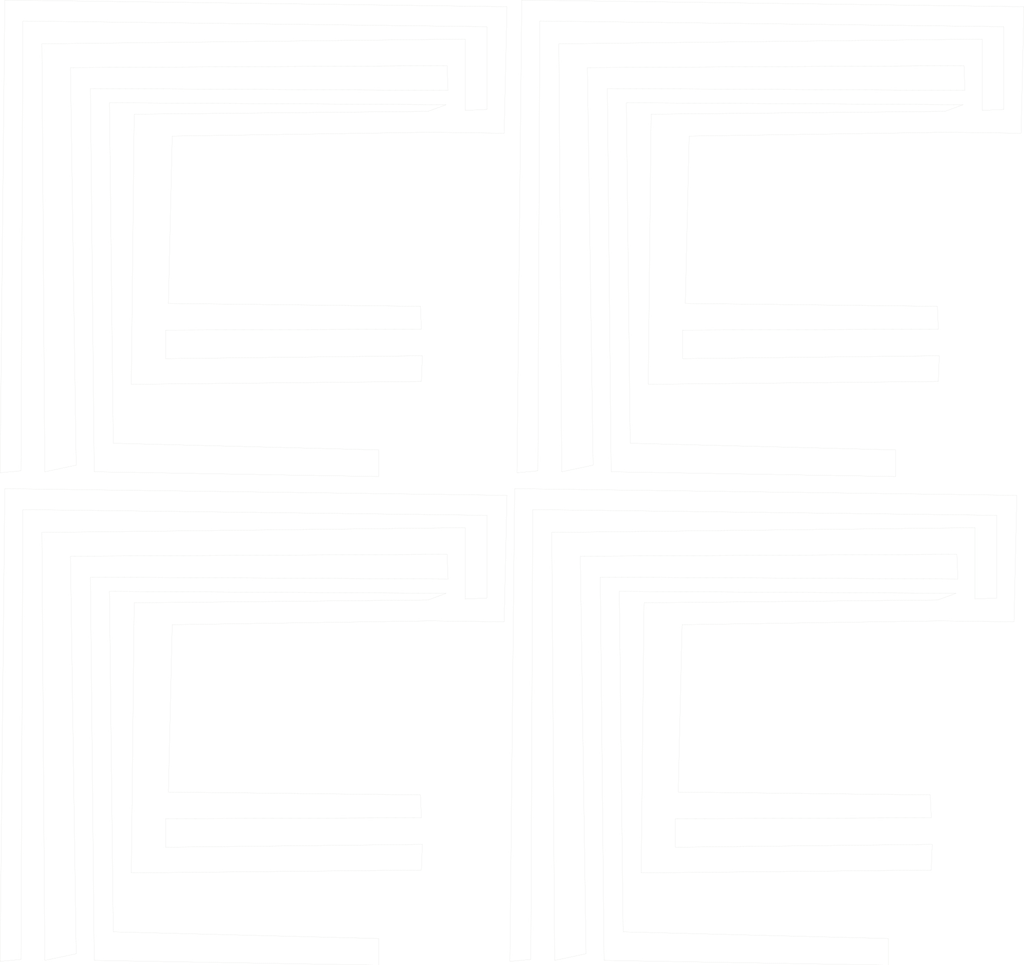
<source format=kicad_pcb>
(kicad_pcb (version 20221018) (generator pcbnew)

  (general
    (thickness 1.6)
  )

  (paper "A4")
  (layers
    (0 "F.Cu" signal)
    (31 "B.Cu" signal)
    (32 "B.Adhes" user "B.Adhesive")
    (33 "F.Adhes" user "F.Adhesive")
    (34 "B.Paste" user)
    (35 "F.Paste" user)
    (36 "B.SilkS" user "B.Silkscreen")
    (37 "F.SilkS" user "F.Silkscreen")
    (38 "B.Mask" user)
    (39 "F.Mask" user)
    (40 "Dwgs.User" user "User.Drawings")
    (41 "Cmts.User" user "User.Comments")
    (42 "Eco1.User" user "User.Eco1")
    (43 "Eco2.User" user "User.Eco2")
    (44 "Edge.Cuts" user)
    (45 "Margin" user)
    (46 "B.CrtYd" user "B.Courtyard")
    (47 "F.CrtYd" user "F.Courtyard")
    (48 "B.Fab" user)
    (49 "F.Fab" user)
    (50 "User.1" user)
    (51 "User.2" user)
    (52 "User.3" user)
    (53 "User.4" user)
    (54 "User.5" user)
    (55 "User.6" user)
    (56 "User.7" user)
    (57 "User.8" user)
    (58 "User.9" user)
  )

  (setup
    (stackup
      (layer "F.SilkS" (type "Top Silk Screen"))
      (layer "F.Paste" (type "Top Solder Paste"))
      (layer "F.Mask" (type "Top Solder Mask") (thickness 0.01))
      (layer "F.Cu" (type "copper") (thickness 0.035))
      (layer "dielectric 1" (type "core") (thickness 1.51) (material "FR4") (epsilon_r 4.5) (loss_tangent 0.02))
      (layer "B.Cu" (type "copper") (thickness 0.035))
      (layer "B.Mask" (type "Bottom Solder Mask") (thickness 0.01))
      (layer "B.Paste" (type "Bottom Solder Paste"))
      (layer "B.SilkS" (type "Bottom Silk Screen"))
      (layer "F.SilkS" (type "Top Silk Screen"))
      (layer "F.Paste" (type "Top Solder Paste"))
      (layer "F.Mask" (type "Top Solder Mask") (thickness 0.01))
      (layer "F.Cu" (type "copper") (thickness 0.035))
      (layer "dielectric 1" (type "core") (thickness 1.51) (material "FR4") (epsilon_r 4.5) (loss_tangent 0.02))
      (layer "B.Cu" (type "copper") (thickness 0.035))
      (layer "B.Mask" (type "Bottom Solder Mask") (thickness 0.01))
      (layer "B.Paste" (type "Bottom Solder Paste"))
      (layer "B.SilkS" (type "Bottom Silk Screen"))
      (layer "F.SilkS" (type "Top Silk Screen"))
      (layer "F.Paste" (type "Top Solder Paste"))
      (layer "F.Mask" (type "Top Solder Mask") (thickness 0.01))
      (layer "F.Cu" (type "copper") (thickness 0.035))
      (layer "dielectric 1" (type "core") (thickness 1.51) (material "FR4") (epsilon_r 4.5) (loss_tangent 0.02))
      (layer "B.Cu" (type "copper") (thickness 0.035))
      (layer "B.Mask" (type "Bottom Solder Mask") (thickness 0.01))
      (layer "B.Paste" (type "Bottom Solder Paste"))
      (layer "B.SilkS" (type "Bottom Silk Screen"))
      (layer "F.SilkS" (type "Top Silk Screen"))
      (layer "F.Paste" (type "Top Solder Paste"))
      (layer "F.Mask" (type "Top Solder Mask") (thickness 0.01))
      (layer "F.Cu" (type "copper") (thickness 0.035))
      (layer "dielectric 1" (type "core") (thickness 1.51) (material "FR4") (epsilon_r 4.5) (loss_tangent 0.02))
      (layer "B.Cu" (type "copper") (thickness 0.035))
      (layer "B.Mask" (type "Bottom Solder Mask") (thickness 0.01))
      (layer "B.Paste" (type "Bottom Solder Paste"))
      (layer "B.SilkS" (type "Bottom Silk Screen"))
      (copper_finish "None")
      (dielectric_constraints no)
    )
    (pad_to_mask_clearance 0)
    (pcbplotparams
      (layerselection 0x00010fc_ffffffff)
      (plot_on_all_layers_selection 0x0000000_00000000)
      (disableapertmacros false)
      (usegerberextensions false)
      (usegerberattributes true)
      (usegerberadvancedattributes true)
      (creategerberjobfile true)
      (dashed_line_dash_ratio 12.000000)
      (dashed_line_gap_ratio 3.000000)
      (svgprecision 4)
      (plotframeref false)
      (viasonmask false)
      (mode 1)
      (useauxorigin false)
      (hpglpennumber 1)
      (hpglpenspeed 20)
      (hpglpendiameter 15.000000)
      (dxfpolygonmode true)
      (dxfimperialunits true)
      (dxfusepcbnewfont true)
      (psnegative false)
      (psa4output false)
      (plotreference true)
      (plotvalue true)
      (plotinvisibletext false)
      (sketchpadsonfab false)
      (subtractmaskfromsilk false)
      (outputformat 1)
      (mirror false)
      (drillshape 1)
      (scaleselection 1)
      (outputdirectory "")
    )
  )

  (net 0 "")

  (gr_line (start 228.599937 214.03989) (end 227.589937 309.39989)
    (stroke (width 0.05) (type default)) (layer "Edge.Cuts") (tstamp 0308d7cf-aee8-48b5-9c10-ff656222d0fb))
  (gr_line (start 191.809937 8.63989) (end 355.659937 10.64989)
    (stroke (width 0.05) (type default)) (layer "Edge.Cuts") (tstamp 0580bb7d-1b19-4058-85f9-5985fcf6bb0c))
  (gr_line (start 152.349937 40.53989) (end 48.599937 41.53989)
    (stroke (width 0.05) (type default)) (layer "Edge.Cuts") (tstamp 0742803f-04c6-4cf7-98b3-05c354a494f7))
  (gr_line (start 180.219937 176.09989) (end 2.929937 173.74989)
    (stroke (width 0.05) (type default)) (layer "Edge.Cuts") (tstamp 07b4cc0d-4fb5-44c9-b278-9b3a68031adb))
  (gr_line (start 150.329937 299.32989) (end 59.679937 300.32989)
    (stroke (width 0.05) (type default)) (layer "Edge.Cuts") (tstamp 07c36b6e-2592-4247-bc7e-7653a6926554))
  (gr_line (start 47.589937 309.39989) (end 149.999937 308.38989)
    (stroke (width 0.05) (type default)) (layer "Edge.Cuts") (tstamp 087ff09f-f151-4b7e-b5c2-79b51c7f60a5))
  (gr_line (start 332.159937 109.36989) (end 243.179937 108.35989)
    (stroke (width 0.05) (type default)) (layer "Edge.Cuts") (tstamp 08b9dc74-a0e6-4c4e-b8dc-221d411c3ae8))
  (gr_line (start 360.219937 176.09989) (end 182.929937 173.74989)
    (stroke (width 0.05) (type default)) (layer "Edge.Cuts") (tstamp 0a5eab16-0a9b-4466-b0d4-1926d1ef4a08))
  (gr_line (start 48.599937 41.53989) (end 47.589937 136.89989)
    (stroke (width 0.05) (type default)) (layer "Edge.Cuts") (tstamp 0f993cdb-1140-4622-b3d7-42c5f7d82171))
  (gr_line (start 33.149937 32.47989) (end 34.489937 167.78989)
    (stroke (width 0.05) (type default)) (layer "Edge.Cuts") (tstamp 113d9f69-791e-4472-b3ca-86e092a37b71))
  (gr_line (start 362.719937 3.59989) (end 185.429937 1.24989)
    (stroke (width 0.05) (type default)) (layer "Edge.Cuts") (tstamp 14b13d38-8146-4980-8cae-c5d61e4d2d93))
  (gr_line (start 335.519937 47.91989) (end 361.709937 48.25989)
    (stroke (width 0.05) (type default)) (layer "Edge.Cuts") (tstamp 16a39545-21e7-4426-9de5-e7b92d4e711c))
  (gr_line (start 242.179937 127.82989) (end 242.179937 117.75989)
    (stroke (width 0.05) (type default)) (layer "Edge.Cuts") (tstamp 1702b071-6ae5-4a12-bf37-d89afba3adf9))
  (gr_line (start 242.029937 221.76989) (end 333.019937 220.41989)
    (stroke (width 0.05) (type default)) (layer "Edge.Cuts") (tstamp 181e3800-ec1c-4faf-a96b-a0342600c836))
  (gr_line (start 333.019937 220.41989) (end 359.209937 220.75989)
    (stroke (width 0.05) (type default)) (layer "Edge.Cuts") (tstamp 19117625-f247-4438-94e4-efc3e926684c))
  (gr_line (start 339.059937 196.91989) (end 339.399937 205.64989)
    (stroke (width 0.05) (type default)) (layer "Edge.Cuts") (tstamp 1957a8bf-a042-4721-9654-793968d9a567))
  (gr_line (start 60.679937 280.85989) (end 62.029937 221.76989)
    (stroke (width 0.05) (type default)) (layer "Edge.Cuts") (tstamp 1a3275b3-2084-46d3-ba4a-bf8a9df0cb8b))
  (gr_line (start 197.039937 340.28989) (end 208.119937 337.93989)
    (stroke (width 0.05) (type default)) (layer "Edge.Cuts") (tstamp 1a793792-9999-4187-aab7-ab872b3be6f2))
  (gr_line (start 9.309937 181.13989) (end 173.159937 183.14989)
    (stroke (width 0.05) (type default)) (layer "Edge.Cuts") (tstamp 1d6c6f66-cb3c-426b-a2d4-d6478350b8b7))
  (gr_line (start 17.039937 340.28989) (end 28.119937 337.93989)
    (stroke (width 0.05) (type default)) (layer "Edge.Cuts") (tstamp 2113c670-5a0d-4b23-8db0-2fd63b3d5222))
  (gr_line (start 208.599937 25.08989) (end 341.559937 24.41989)
    (stroke (width 0.05) (type default)) (layer "Edge.Cuts") (tstamp 22694cd5-6158-4d12-a543-0f21d70b942e))
  (gr_line (start 198.529937 16.69989) (end 199.539937 167.78989)
    (stroke (width 0.05) (type default)) (layer "Edge.Cuts") (tstamp 2293bbaa-ba2e-4ea2-ae42-ed6ab23501c3))
  (gr_line (start 181.249937 340.62989) (end 188.639937 339.94989)
    (stroke (width 0.05) (type default)) (layer "Edge.Cuts") (tstamp 22ed2bb0-b961-4934-852d-d40c563a4eb9))
  (gr_line (start 355.659937 10.64989) (end 355.659937 39.85989)
    (stroke (width 0.05) (type default)) (layer "Edge.Cuts") (tstamp 235e79ba-b559-481d-b1e8-60927a8477ef))
  (gr_line (start 41.209937 330.21989) (end 39.869937 210.00989)
    (stroke (width 0.05) (type default)) (layer "Edge.Cuts") (tstamp 24085db8-b614-4f7a-8be2-fdd6f7c84894))
  (gr_line (start 62.029937 221.76989) (end 153.019937 220.41989)
    (stroke (width 0.05) (type default)) (layer "Edge.Cuts") (tstamp 24e1cfbc-6b55-4f1e-84f5-7ff08ff4ab52))
  (gr_line (start 1.249937 340.62989) (end 8.639937 339.94989)
    (stroke (width 0.05) (type default)) (layer "Edge.Cuts") (tstamp 257ecc2e-859a-4d49-84bb-7e01a32cd419))
  (gr_line (start 149.999937 308.38989) (end 150.329937 299.32989)
    (stroke (width 0.05) (type default)) (layer "Edge.Cuts") (tstamp 269c5ff5-a666-4c3c-9b86-f474d7b56834))
  (gr_line (start 227.589937 309.39989) (end 329.999937 308.38989)
    (stroke (width 0.05) (type default)) (layer "Edge.Cuts") (tstamp 2ac6aebe-eee6-4679-b272-681ea079e6a6))
  (gr_line (start 338.729937 210.68989) (end 332.349937 213.03989)
    (stroke (width 0.05) (type default)) (layer "Edge.Cuts") (tstamp 2dcfa9f6-a10f-4036-bf25-e0a41454fcbb))
  (gr_line (start 206.099937 197.58989) (end 339.059937 196.91989)
    (stroke (width 0.05) (type default)) (layer "Edge.Cuts") (tstamp 313211d7-741e-461a-95d1-5bd415d58b67))
  (gr_line (start 41.209937 157.71989) (end 39.869937 37.50989)
    (stroke (width 0.05) (type default)) (layer "Edge.Cuts") (tstamp 31eee1d4-909d-4b19-8bad-652261c27121))
  (gr_line (start 149.999937 289.92989) (end 149.659937 281.86989)
    (stroke (width 0.05) (type default)) (layer "Edge.Cuts") (tstamp 32dc980a-030e-482f-acf4-24924ed74135))
  (gr_line (start 34.489937 167.78989) (end 134.889937 169.46989)
    (stroke (width 0.05) (type default)) (layer "Edge.Cuts") (tstamp 33526162-73d2-428b-a000-d02599580f94))
  (gr_line (start 159.059937 196.91989) (end 159.399937 205.64989)
    (stroke (width 0.05) (type default)) (layer "Edge.Cuts") (tstamp 335c02b7-7faf-4e5d-839e-ea7ffe53090f))
  (gr_line (start 17.039937 167.78989) (end 28.119937 165.43989)
    (stroke (width 0.05) (type default)) (layer "Edge.Cuts") (tstamp 33857db3-eca4-4e1c-9854-67d93e85bad1))
  (gr_line (start 223.709937 157.71989) (end 222.369937 37.50989)
    (stroke (width 0.05) (type default)) (layer "Edge.Cuts") (tstamp 33a10f72-68b1-4301-8b88-ab16ba111b1d))
  (gr_line (start 165.439937 15.01989) (end 16.029937 16.69989)
    (stroke (width 0.05) (type default)) (layer "Edge.Cuts") (tstamp 372c164a-539e-458d-8248-5bb39a28f2d4))
  (gr_line (start 153.019937 220.41989) (end 179.209937 220.75989)
    (stroke (width 0.05) (type default)) (layer "Edge.Cuts") (tstamp 409ceed4-1d83-4427-891d-098053ce2587))
  (gr_line (start 59.679937 117.75989) (end 149.999937 117.42989)
    (stroke (width 0.05) (type default)) (layer "Edge.Cuts") (tstamp 430e6bac-97cd-4308-99a0-c2514d0346c6))
  (gr_line (start 188.639937 339.94989) (end 189.309937 181.13989)
    (stroke (width 0.05) (type default)) (layer "Edge.Cuts") (tstamp 447ffb9f-82cd-461a-b639-5d5b912ccf0c))
  (gr_line (start 39.869937 210.00989) (end 158.729937 210.68989)
    (stroke (width 0.05) (type default)) (layer "Edge.Cuts") (tstamp 49d9593b-aa66-4a6e-8fea-bc4f9ca55f08))
  (gr_line (start 149.659937 109.36989) (end 60.679937 108.35989)
    (stroke (width 0.05) (type default)) (layer "Edge.Cuts") (tstamp 4a7a71b3-217b-45e1-b664-b1b80dd08bc1))
  (gr_line (start 47.589937 136.89989) (end 149.999937 135.88989)
    (stroke (width 0.05) (type default)) (layer "Edge.Cuts") (tstamp 4a8624ad-31b6-43e5-bb42-250ce317bb73))
  (gr_line (start 8.639937 167.44989) (end 9.309937 8.63989)
    (stroke (width 0.05) (type default)) (layer "Edge.Cuts") (tstamp 4b5ac1a0-1733-4f89-b3a7-1ccc4d99bca4))
  (gr_line (start 345.439937 187.51989) (end 196.029937 189.19989)
    (stroke (width 0.05) (type default)) (layer "Edge.Cuts") (tstamp 4c1f3937-65c0-46ef-a128-91b75b2ff05e))
  (gr_line (start 26.099937 25.08989) (end 159.059937 24.41989)
    (stroke (width 0.05) (type default)) (layer "Edge.Cuts") (tstamp 4c42275e-f2e9-4a8b-bbdb-2db67333c0db))
  (gr_line (start 173.159937 39.85989) (end 165.439937 40.19989)
    (stroke (width 0.05) (type default)) (layer "Edge.Cuts") (tstamp 4cec69fb-8125-4fb9-9dd5-fca374bfcc69))
  (gr_line (start 33.149937 204.97989) (end 34.489937 340.28989)
    (stroke (width 0.05) (type default)) (layer "Edge.Cuts") (tstamp 546b82db-b429-4b83-b140-17b7984744b4))
  (gr_line (start 244.529937 49.26989) (end 335.519937 47.91989)
    (stroke (width 0.05) (type default)) (layer "Edge.Cuts") (tstamp 54a8e3de-d50f-4fc4-aa0c-25b30e14cb84))
  (gr_line (start 34.489937 340.28989) (end 134.889937 341.96989)
    (stroke (width 0.05) (type default)) (layer "Edge.Cuts") (tstamp 5b90a3e6-6a44-491c-b17f-9dbf289e5ad9))
  (gr_line (start 347.939937 40.19989) (end 347.939937 15.01989)
    (stroke (width 0.05) (type default)) (layer "Edge.Cuts") (tstamp 5f51e4e0-1328-44b7-b227-823f245a614f))
  (gr_line (start 189.309937 181.13989) (end 353.159937 183.14989)
    (stroke (width 0.05) (type default)) (layer "Edge.Cuts") (tstamp 5f8abbcb-96ea-4fd8-9498-129046a88ff2))
  (gr_line (start 39.869937 37.50989) (end 158.729937 38.18989)
    (stroke (width 0.05) (type default)) (layer "Edge.Cuts") (tstamp 6024148a-40f0-4948-8b05-dad38b48a1e7))
  (gr_line (start 215.649937 32.47989) (end 216.989937 167.78989)
    (stroke (width 0.05) (type default)) (layer "Edge.Cuts") (tstamp 65fc4362-f6da-44ab-aad9-0b992a60a8ce))
  (gr_line (start 317.389937 160.06989) (end 223.709937 157.71989)
    (stroke (width 0.05) (type default)) (layer "Edge.Cuts") (tstamp 66768e22-09f0-48f9-bcff-332e54abfc6a))
  (gr_line (start 149.659937 281.86989) (end 60.679937 280.85989)
    (stroke (width 0.05) (type default)) (layer "Edge.Cuts") (tstamp 67e466c0-8d7f-4338-83bc-3eb8a5f0ba31))
  (gr_line (start 16.029937 189.19989) (end 17.039937 340.28989)
    (stroke (width 0.05) (type default)) (layer "Edge.Cuts") (tstamp 68c53680-0cad-4c85-ba7f-8cb8fec58208))
  (gr_line (start 341.559937 24.41989) (end 341.899937 33.14989)
    (stroke (width 0.05) (type default)) (layer "Edge.Cuts") (tstamp 6b5a7ec1-823b-4cbf-bd96-8a8f20e29c88))
  (gr_line (start 345.439937 212.69989) (end 345.439937 187.51989)
    (stroke (width 0.05) (type default)) (layer "Edge.Cuts") (tstamp 6bf17c69-b54d-46b9-8092-b661424e2505))
  (gr_line (start 191.139937 167.44989) (end 191.809937 8.63989)
    (stroke (width 0.05) (type default)) (layer "Edge.Cuts") (tstamp 70144227-ea48-437b-b0b9-f73e5f89a4fe))
  (gr_line (start 59.679937 290.25989) (end 149.999937 289.92989)
    (stroke (width 0.05) (type default)) (layer "Edge.Cuts") (tstamp 74853963-d1f9-4ff9-bc50-a524b9b6843f))
  (gr_line (start 221.209937 330.21989) (end 219.869937 210.00989)
    (stroke (width 0.05) (type default)) (layer "Edge.Cuts") (tstamp 754b6d59-7eb1-4ad4-a038-5b350cbaeac1))
  (gr_line (start 134.889937 160.06989) (end 41.209937 157.71989)
    (stroke (width 0.05) (type default)) (layer "Edge.Cuts") (tstamp 76a47d53-3238-48a0-83fb-25f264c9647d))
  (gr_line (start 239.679937 300.32989) (end 239.679937 290.25989)
    (stroke (width 0.05) (type default)) (layer "Edge.Cuts") (tstamp 76da7f00-5626-4ab3-9fa5-40a8c611e38f))
  (gr_line (start 159.399937 33.14989) (end 33.149937 32.47989)
    (stroke (width 0.05) (type default)) (layer "Edge.Cuts") (tstamp 7873c76f-0909-4ddf-b4a9-32aaa9d7303b))
  (gr_line (start 332.499937 117.42989) (end 332.159937 109.36989)
    (stroke (width 0.05) (type default)) (layer "Edge.Cuts") (tstamp 7a770304-852e-4fb3-b8d0-49ac60f7b9ec))
  (gr_line (start 353.159937 183.14989) (end 353.159937 212.35989)
    (stroke (width 0.05) (type default)) (layer "Edge.Cuts") (tstamp 7ca75e22-b20d-47c6-9940-4737ef637595))
  (gr_line (start 60.679937 108.35989) (end 62.029937 49.26989)
    (stroke (width 0.05) (type default)) (layer "Edge.Cuts") (tstamp 7cd22d68-6986-4f40-bda5-7b0460d732ca))
  (gr_line (start 28.119937 165.43989) (end 26.099937 25.08989)
    (stroke (width 0.05) (type default)) (layer "Edge.Cuts") (tstamp 7f3b2e41-067c-4d37-90fc-dca41f825278))
  (gr_line (start 332.499937 135.88989) (end 332.829937 126.82989)
    (stroke (width 0.05) (type default)) (layer "Edge.Cuts") (tstamp 80a8659c-c85e-4eeb-82f5-efc7f9fe5b98))
  (gr_line (start 180.219937 3.59989) (end 2.929937 1.24989)
    (stroke (width 0.05) (type default)) (layer "Edge.Cuts") (tstamp 8301c9bb-0cdc-4019-a1eb-e610b353c268))
  (gr_line (start 134.889937 341.96989) (end 134.889937 332.56989)
    (stroke (width 0.05) (type default)) (layer "Edge.Cuts") (tstamp 84488a5d-1847-4e4b-aa7a-ec9d3c32480e))
  (gr_line (start 158.729937 38.18989) (end 152.349937 40.53989)
    (stroke (width 0.05) (type default)) (layer "Edge.Cuts") (tstamp 85b439d6-b986-4905-a136-f35053deeb83))
  (gr_line (start 183.749937 168.12989) (end 191.139937 167.44989)
    (stroke (width 0.05) (type default)) (layer "Edge.Cuts") (tstamp 8899098c-8eea-4763-8d0c-7f03b7147408))
  (gr_line (start 239.679937 290.25989) (end 329.999937 289.92989)
    (stroke (width 0.05) (type default)) (layer "Edge.Cuts") (tstamp 89c3dbf2-5c17-4496-b730-644fd5555385))
  (gr_line (start 153.019937 47.91989) (end 179.209937 48.25989)
    (stroke (width 0.05) (type default)) (layer "Edge.Cuts") (tstamp 8adb039b-6dc9-4656-b47c-19ebf11d7144))
  (gr_line (start 359.209937 220.75989) (end 360.219937 176.09989)
    (stroke (width 0.05) (type default)) (layer "Edge.Cuts") (tstamp 8c8d1b53-c5b5-40ea-af2d-77cde8a724c4))
  (gr_line (start 314.889937 341.96989) (end 314.889937 332.56989)
    (stroke (width 0.05) (type default)) (layer "Edge.Cuts") (tstamp 8f2ff0e3-7452-4e90-88c9-c332ad4da734))
  (gr_line (start 165.439937 187.51989) (end 16.029937 189.19989)
    (stroke (width 0.05) (type default)) (layer "Edge.Cuts") (tstamp 98500583-7b5a-470a-8257-c4a671c8411b))
  (gr_line (start 341.229937 38.18989) (end 334.849937 40.53989)
    (stroke (width 0.05) (type default)) (layer "Edge.Cuts") (tstamp 990fd433-49e9-4cfc-a885-f50da16f5c5b))
  (gr_line (start 59.679937 127.82989) (end 59.679937 117.75989)
    (stroke (width 0.05) (type default)) (layer "Edge.Cuts") (tstamp 9cc64aff-0514-4c85-8b0b-3b4219f173e0))
  (gr_line (start 222.369937 37.50989) (end 341.229937 38.18989)
    (stroke (width 0.05) (type default)) (layer "Edge.Cuts") (tstamp 9d23b6c3-eed1-4240-971e-77fdf0c88a29))
  (gr_line (start 341.899937 33.14989) (end 215.649937 32.47989)
    (stroke (width 0.05) (type default)) (layer "Edge.Cuts") (tstamp 9daebf35-d5f6-4c59-8646-8a644b5be168))
  (gr_line (start 182.929937 173.74989) (end 181.249937 340.62989)
    (stroke (width 0.05) (type default)) (layer "Edge.Cuts") (tstamp 9dbff6bf-e706-44a4-89c3-1f5d93cb5e04))
  (gr_line (start 26.099937 197.58989) (end 159.059937 196.91989)
    (stroke (width 0.05) (type default)) (layer "Edge.Cuts") (tstamp a5e04b7e-dc2e-4258-9fd0-7242a3a680f2))
  (gr_line (start 219.869937 210.00989) (end 338.729937 210.68989)
    (stroke (width 0.05) (type default)) (layer "Edge.Cuts") (tstamp a69f9631-d416-4995-aa48-635e8f41e1ba))
  (gr_line (start 165.439937 40.19989) (end 165.439937 15.01989)
    (stroke (width 0.05) (type default)) (layer "Edge.Cuts") (tstamp a7cba78f-2163-4a20-accd-c59e398aac6d))
  (gr_line (start 329.999937 289.92989) (end 329.659937 281.86989)
    (stroke (width 0.05) (type default)) (layer "Edge.Cuts") (tstamp a97793c1-a095-4559-aa02-9dde3836754b))
  (gr_line (start 185.429937 1.24989) (end 183.749937 168.12989)
    (stroke (width 0.05) (type default)) (layer "Edge.Cuts") (tstamp ad7a50fa-e3e3-4b13-8ad8-ae452ff52e6e))
  (gr_line (start 329.999937 308.38989) (end 330.329937 299.32989)
    (stroke (width 0.05) (type default)) (layer "Edge.Cuts") (tstamp ae5d6f7e-07a8-4898-988e-b703d7d92cc0))
  (gr_line (start 339.399937 205.64989) (end 213.149937 204.97989)
    (stroke (width 0.05) (type default)) (layer "Edge.Cuts") (tstamp b0a701c2-2cb6-4a31-92d5-11514763c604))
  (gr_line (start 149.999937 117.42989) (end 149.659937 109.36989)
    (stroke (width 0.05) (type default)) (layer "Edge.Cuts") (tstamp b4abe66c-df5b-4921-a071-8e517da1de64))
  (gr_line (start 59.679937 300.32989) (end 59.679937 290.25989)
    (stroke (width 0.05) (type default)) (layer "Edge.Cuts") (tstamp b8d2499e-f517-4225-b040-cc69a82606dc))
  (gr_line (start 210.619937 165.43989) (end 208.599937 25.08989)
    (stroke (width 0.05) (type default)) (layer "Edge.Cuts") (tstamp b94c1417-479e-41f6-9f2f-0931938c11b8))
  (gr_line (start 158.729937 210.68989) (end 152.349937 213.03989)
    (stroke (width 0.05) (type default)) (layer "Edge.Cuts") (tstamp bbd2bf03-d26c-44e5-9a5f-a7c8857e667d))
  (gr_line (start 240.679937 280.85989) (end 242.029937 221.76989)
    (stroke (width 0.05) (type default)) (layer "Edge.Cuts") (tstamp bd1a5828-614f-414e-a123-119cecc51966))
  (gr_line (start 134.889937 332.56989) (end 41.209937 330.21989)
    (stroke (width 0.05) (type default)) (layer "Edge.Cuts") (tstamp bd3a467a-cd7e-4367-b89e-d6301f7bab13))
  (gr_line (start 48.599937 214.03989) (end 47.589937 309.39989)
    (stroke (width 0.05) (type default)) (layer "Edge.Cuts") (tstamp be91d427-5cb0-453c-bf54-795886ce1df7))
  (gr_line (start 1.249937 168.12989) (end 8.639937 167.44989)
    (stroke (width 0.05) (type default)) (layer "Edge.Cuts") (tstamp c20d7ab7-75c3-46ec-9ddf-49ed82ddbe76))
  (gr_line (start 199.539937 167.78989) (end 210.619937 165.43989)
    (stroke (width 0.05) (type default)) (layer "Edge.Cuts") (tstamp c43b29eb-5e64-401b-b093-7f24ac9b3f02))
  (gr_line (start 243.179937 108.35989) (end 244.529937 49.26989)
    (stroke (width 0.05) (type default)) (layer "Edge.Cuts") (tstamp c48fe1a8-e212-42ee-ac84-cbdcd5698ce1))
  (gr_line (start 16.029937 16.69989) (end 17.039937 167.78989)
    (stroke (width 0.05) (type default)) (layer "Edge.Cuts") (tstamp c62bd97e-00d3-4b19-8fe8-cd1c706af074))
  (gr_line (start 332.829937 126.82989) (end 242.179937 127.82989)
    (stroke (width 0.05) (type default)) (layer "Edge.Cuts") (tstamp c87c79ad-fba2-4705-832d-d731c29d0fd6))
  (gr_line (start 173.159937 183.14989) (end 173.159937 212.35989)
    (stroke (width 0.05) (type default)) (layer "Edge.Cuts") (tstamp caec08b2-1aa9-4630-acfb-7bc9628a5452))
  (gr_line (start 353.159937 212.35989) (end 345.439937 212.69989)
    (stroke (width 0.05) (type default)) (layer "Edge.Cuts") (tstamp cc0276df-1b27-4eaa-bf95-78ddec4f8d81))
  (gr_line (start 355.659937 39.85989) (end 347.939937 40.19989)
    (stroke (width 0.05) (type default)) (layer "Edge.Cuts") (tstamp d2259f18-7fd9-4037-9571-c102a996a177))
  (gr_line (start 159.399937 205.64989) (end 33.149937 204.97989)
    (stroke (width 0.05) (type default)) (layer "Edge.Cuts") (tstamp d2b00272-313c-421b-8228-6cd273220b22))
  (gr_line (start 314.889937 332.56989) (end 221.209937 330.21989)
    (stroke (width 0.05) (type default)) (layer "Edge.Cuts") (tstamp d46a22fc-77c8-46a1-bd7f-fee14d958b25))
  (gr_line (start 317.389937 169.46989) (end 317.389937 160.06989)
    (stroke (width 0.05) (type default)) (layer "Edge.Cuts") (tstamp d5f69e55-d5d9-4f66-8dce-225772683713))
  (gr_line (start 165.439937 212.69989) (end 165.439937 187.51989)
    (stroke (width 0.05) (type default)) (layer "Edge.Cuts") (tstamp d6273e7f-aad6-44d0-90ed-9690497a19da))
  (gr_line (start 216.989937 167.78989) (end 317.389937 169.46989)
    (stroke (width 0.05) (type default)) (layer "Edge.Cuts") (tstamp d6e2a373-5bd7-4ba9-bd67-3b3dbdcf4346))
  (gr_line (start 330.329937 299.32989) (end 239.679937 300.32989)
    (stroke (width 0.05) (type default)) (layer "Edge.Cuts") (tstamp d74c7471-2e3f-4cc8-bc75-b79ac9a5caf9))
  (gr_line (start 149.999937 135.88989) (end 150.329937 126.82989)
    (stroke (width 0.05) (type default)) (layer "Edge.Cuts") (tstamp d99f4a42-17ba-4116-872d-9081c762161d))
  (gr_line (start 242.179937 117.75989) (end 332.499937 117.42989)
    (stroke (width 0.05) (type default)) (layer "Edge.Cuts") (tstamp da5d3dd0-e031-4e4a-a04e-657f73c520d3))
  (gr_line (start 173.159937 10.64989) (end 173.159937 39.85989)
    (stroke (width 0.05) (type default)) (layer "Edge.Cuts") (tstamp dac48802-5233-4bc9-bd4f-168c11f1f8da))
  (gr_line (start 231.099937 41.53989) (end 230.089937 136.89989)
    (stroke (width 0.05) (type default)) (layer "Edge.Cuts") (tstamp dc8bf2b2-5e9f-4ce5-b02a-cd631a5784eb))
  (gr_line (start 159.059937 24.41989) (end 159.399937 33.14989)
    (stroke (width 0.05) (type default)) (layer "Edge.Cuts") (tstamp dd2200e9-07cb-4096-9238-caf789034c13))
  (gr_line (start 179.209937 220.75989) (end 180.219937 176.09989)
    (stroke (width 0.05) (type default)) (layer "Edge.Cuts") (tstamp dd7705da-fbdf-45c0-879b-d3ff2ee078aa))
  (gr_line (start 62.029937 49.26989) (end 153.019937 47.91989)
    (stroke (width 0.05) (type default)) (layer "Edge.Cuts") (tstamp ddb31dd5-16d6-4f7e-9490-5e07f4ec3089))
  (gr_line (start 334.849937 40.53989) (end 231.099937 41.53989)
    (stroke (width 0.05) (type default)) (layer "Edge.Cuts") (tstamp dedc3ee5-4149-4fb2-8bd3-92f0ed98f206))
  (gr_line (start 361.709937 48.25989) (end 362.719937 3.59989)
    (stroke (width 0.05) (type default)) (layer "Edge.Cuts") (tstamp e28ad759-0b74-4635-b17c-cb7e05fb377e))
  (gr_line (start 2.929937 1.24989) (end 1.249937 168.12989)
    (stroke (width 0.05) (type default)) (layer "Edge.Cuts") (tstamp e3ac0d30-36f4-4be3-a644-11dea52d9e5c))
  (gr_line (start 2.929937 173.74989) (end 1.249937 340.62989)
    (stroke (width 0.05) (type default)) (layer "Edge.Cuts") (tstamp e3cbf3f3-cdf8-46e8-8792-358591408a0a))
  (gr_line (start 173.159937 212.35989) (end 165.439937 212.69989)
    (stroke (width 0.05) (type default)) (layer "Edge.Cuts") (tstamp e987178b-9d6b-49fc-9ca8-983c6d2c6ac3))
  (gr_line (start 332.349937 213.03989) (end 228.599937 214.03989)
    (stroke (width 0.05) (type default)) (layer "Edge.Cuts") (tstamp ece79172-f3b9-4d61-8537-56db7e80e712))
  (gr_line (start 179.209937 48.25989) (end 180.219937 3.59989)
    (stroke (width 0.05) (type default)) (layer "Edge.Cuts") (tstamp ef0f55f3-c051-435e-b573-61916eef035e))
  (gr_line (start 347.939937 15.01989) (end 198.529937 16.69989)
    (stroke (width 0.05) (type default)) (layer "Edge.Cuts") (tstamp ef1f80e5-47cd-414b-ad85-5449c53b16c9))
  (gr_line (start 196.029937 189.19989) (end 197.039937 340.28989)
    (stroke (width 0.05) (type default)) (layer "Edge.Cuts") (tstamp f0114acc-7e85-4472-90b3-e78e9b26e35f))
  (gr_line (start 150.329937 126.82989) (end 59.679937 127.82989)
    (stroke (width 0.05) (type default)) (layer "Edge.Cuts") (tstamp f8811064-c0dd-4828-af38-514c01817c96))
  (gr_line (start 152.349937 213.03989) (end 48.599937 214.03989)
    (stroke (width 0.05) (type default)) (layer "Edge.Cuts") (tstamp f938384d-b4eb-4b01-b48a-be06e13fef2e))
  (gr_line (start 208.119937 337.93989) (end 206.099937 197.58989)
    (stroke (width 0.05) (type default)) (layer "Edge.Cuts") (tstamp f9c8a803-342a-49bb-b247-cea552ba4914))
  (gr_line (start 230.089937 136.89989) (end 332.499937 135.88989)
    (stroke (width 0.05) (type default)) (layer "Edge.Cuts") (tstamp fb37f9bc-05e7-46de-878f-a6fd4b61bcfa))
  (gr_line (start 214.489937 340.28989) (end 314.889937 341.96989)
    (stroke (width 0.05) (type default)) (layer "Edge.Cuts") (tstamp fbc0ba5e-78ad-4c10-a30d-e5813a531c82))
  (gr_line (start 213.149937 204.97989) (end 214.489937 340.28989)
    (stroke (width 0.05) (type default)) (layer "Edge.Cuts") (tstamp fbf8e2cd-d5e5-44b5-bce9-19d8560175f2))
  (gr_line (start 9.309937 8.63989) (end 173.159937 10.64989)
    (stroke (width 0.05) (type default)) (layer "Edge.Cuts") (tstamp fe204bf3-cb0d-4a1b-a145-6d1067056693))
  (gr_line (start 329.659937 281.86989) (end 240.679937 280.85989)
    (stroke (width 0.05) (type default)) (layer "Edge.Cuts") (tstamp fe87e626-2c0f-4096-b175-1388c4175158))
  (gr_line (start 28.119937 337.93989) (end 26.099937 197.58989)
    (stroke (width 0.05) (type default)) (layer "Edge.Cuts") (tstamp fe98879c-7112-4e2c-b438-b13bbd544b4c))
  (gr_line (start 8.639937 339.94989) (end 9.309937 181.13989)
    (stroke (width 0.05) (type default)) (layer "Edge.Cuts") (tstamp ff4ddaff-b782-4f5e-b7f3-c2de56ec2a4b))
  (gr_line (start 134.889937 169.46989) (end 134.889937 160.06989)
    (stroke (width 0.05) (type default)) (layer "Edge.Cuts") (tstamp ff960097-92a5-4455-b828-686cea0b2faa))

)

</source>
